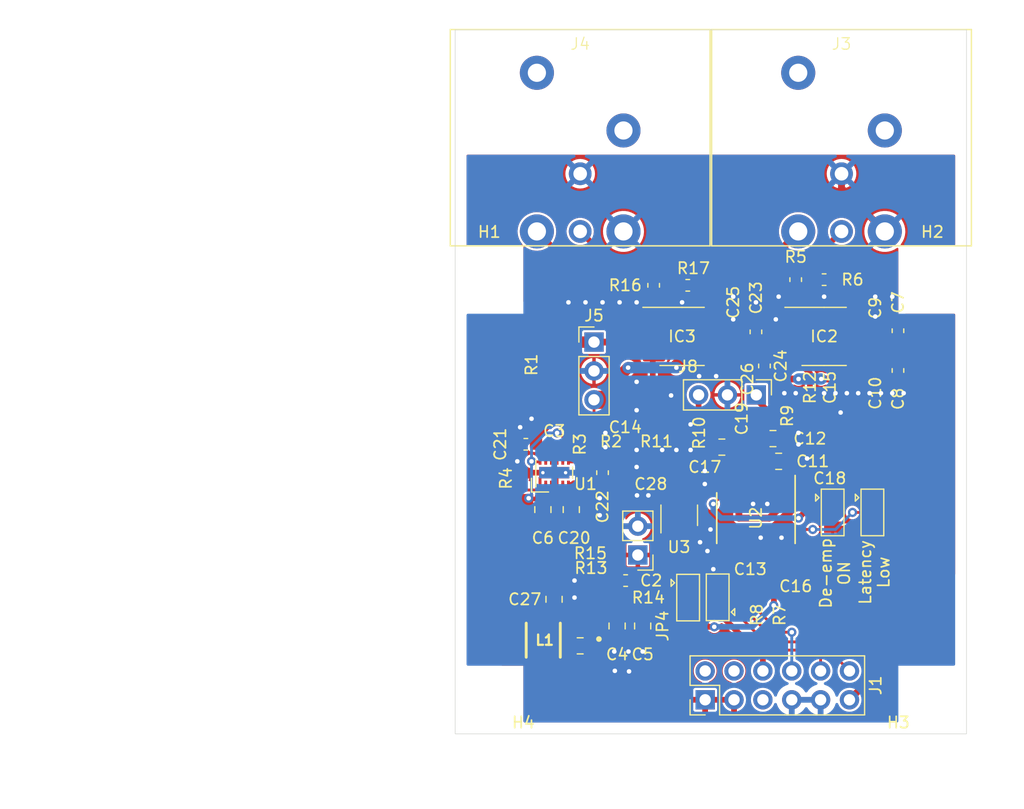
<source format=kicad_pcb>
(kicad_pcb (version 20211014) (generator pcbnew)
  (layers (0 "F.Cu" signal) (31 "B.Cu" signal) (34 "B.Paste" user) (35 "F.Paste" user) (36 "B.SilkS" user "B.Silkscreen") (37 "F.SilkS" user "F.Silkscreen") (38 "B.Mask" user) (39 "F.Mask" user) (44 "Edge.Cuts" user))
  (net 0 "")
  (net 1 "GND")
  (net 2 "Net-(C13-Pad1)")
  (net 3 "+3V3")
  (net 5 "/DAC/LEFT")
  (net 6 "-5V")
  (net 7 "+5V")
  (net 8 "/DOUT")
  (net 11 "/DAC/MCLK")
  (net 12 "Net-(J3-Pad3)")
  (net 13 "Net-(J3-Pad2)")
  (net 14 "/DAC/MUTE")
  (net 15 "Net-(R9-Pad2)")
  (net 16 "/DAC/RIGHT")
  (net 17 "Net-(R10-Pad2)")
  (net 18 "Net-(C3-Pad2)")
  (net 19 "Net-(C3-Pad1)")
  (net 20 "Net-(C11-Pad1)")
  (net 21 "Net-(C11-Pad2)")
  (net 22 "Net-(C12-Pad1)")
  (net 23 "Net-(J4-Pad3)")
  (net 24 "Net-(J4-Pad2)")
  (net 25 "/PowerSupply/FB")
  (net 26 "/PowerSupply/CP")
  (net 27 "/PowerSupply/ILIM")
  (net 28 "/PowerSupply/FB+")
  (net 29 "/PowerSupply/FB-")
  (net 30 "/DIN")
  (net 31 "/BCLK")
  (net 32 "/LRCLK")
  (net 33 "/MCLK")
  (net 34 "/OutputDriver/LEFT_VOP")
  (net 35 "/OutputDriver/LEFT_VON")
  (net 36 "/OutputDriver/RIGHT_VOP")
  (net 37 "/OutputDriver/RIGHT_VON")
  (net 38 "/DAC/LATENCY")
  (net 39 "/DAC/DEEMP")
  (net 40 "VIN")
  (net 41 "+3.3VA")
  (net 42 "Net-(JP4-Pad2)")
  (net 43 "+5.4V")
  (net 44 "/PowerSupply/SWITCH")
  (footprint "Capacitor_SMD:C_0603_1608Metric" (layer "F.Cu") (at 160 111.5 180)
    (fp_text reference "C2")
    (fp_text value "100p")
  )
  (footprint "Capacitor_SMD:C_0805_2012Metric" (layer "F.Cu") (at 159.25 115.5 -90)
    (fp_text reference "C4")
    (fp_text value "10u/25V")
  )
  (footprint "Capacitor_SMD:C_0805_2012Metric" (layer "F.Cu") (at 161.5 115.5 -90)
    (fp_text reference "C5")
    (fp_text value "10u/25V")
  )
  (footprint "Capacitor_SMD:C_0805_2012Metric" (layer "F.Cu") (at 152.7175 105.25 -90)
    (fp_text reference "C6")
    (fp_text value "10u/25V")
  )
  (footprint "Capacitor_SMD:C_0402_1005Metric" (layer "F.Cu") (at 181.9675 90 90)
    (fp_text reference "C9")
    (fp_text value "100n")
  )
  (footprint "Capacitor_SMD:C_0402_1005Metric" (layer "F.Cu") (at 181.9675 92.5 -90)
    (fp_text reference "C10")
    (fp_text value "100n")
  )
  (footprint "Capacitor_SMD:C_0805_2012Metric" (layer "F.Cu") (at 173.4675 101 180)
    (fp_text reference "C11")
    (fp_text value "2.2u")
  )
  (footprint "Capacitor_SMD:C_0805_2012Metric" (layer "F.Cu") (at 172.9675 99)
    (fp_text reference "C12")
    (fp_text value "2.2u")
  )
  (footprint "Capacitor_SMD:C_0402_1005Metric" (layer "F.Cu") (at 173.2175 110.5)
    (fp_text reference "C13")
    (fp_text value "100n")
  )
  (footprint "Capacitor_SMD:C_0402_1005Metric" (layer "F.Cu") (at 162.4675 97.75)
    (fp_text reference "C14")
    (fp_text value "2.2n")
  )
  (footprint "Capacitor_SMD:C_0402_1005Metric" (layer "F.Cu") (at 177.7175 97 -90)
    (fp_text reference "C15")
    (fp_text value "2.2n")
  )
  (footprint "Capacitor_SMD:C_0402_1005Metric" (layer "F.Cu") (at 175.2175 110.5 180)
    (fp_text reference "C16")
    (fp_text value "100n")
  )
  (footprint "Capacitor_SMD:C_0402_1005Metric" (layer "F.Cu") (at 169.2175 101.5 180)
    (fp_text reference "C17")
    (fp_text value "100n")
  )
  (footprint "Capacitor_SMD:C_0402_1005Metric" (layer "F.Cu") (at 175.9675 102.5 90)
    (fp_text reference "C18")
    (fp_text value "100n")
  )
  (footprint "Capacitor_SMD:C_0805_2012Metric" (layer "F.Cu") (at 168.4675 99.75 180)
    (fp_text reference "C19")
    (fp_text value "10u/25V")
  )
  (footprint "Capacitor_SMD:C_0805_2012Metric" (layer "F.Cu") (at 155.2175 105.25 -90)
    (fp_text reference "C20")
    (fp_text value "10u/25V")
  )
  (footprint "Capacitor_SMD:C_0402_1005Metric" (layer "F.Cu") (at 169.4675 90 90)
    (fp_text reference "C25")
    (fp_text value "100n")
  )
  (footprint "Capacitor_SMD:C_0805_2012Metric" (layer "F.Cu") (at 153.7 113.15 90)
    (fp_text reference "C27")
    (fp_text value "10u/25V")
  )
  (footprint "Connector_PinHeader_2.54mm:PinHeader_1x03_P2.54mm_Vertical" (layer "F.Cu") (at 157.2175 90.5)
    (fp_text reference "J5")
    (fp_text value "Conn_01x03")
  )
  (footprint "Jumper:SolderJumper-3_P1.3mm_Bridged12_Pad1.0x1.5mm" (layer "F.Cu") (at 168.1 112.975 90)
    (fp_text reference locked "JP3" hide)
    (fp_text value "PLL operation" hide)
  )
  (footprint "Resistor_SMD:R_0603_1608Metric" (layer "F.Cu") (at 174.9675 85 90)
    (fp_text reference "R5")
    (fp_text value "300R")
  )
  (footprint "Resistor_SMD:R_0603_1608Metric" (layer "F.Cu") (at 177.4675 85)
    (fp_text reference "R6")
    (fp_text value "300R")
  )
  (footprint "Resistor_SMD:R_0402_1005Metric" (layer "F.Cu") (at 173.05 112.265 90)
    (fp_text reference "R7")
    (fp_text value "2k2")
  )
  (footprint "Resistor_SMD:R_0402_1005Metric" (layer "F.Cu") (at 171.8 112.265 90)
    (fp_text reference "R8")
    (fp_text value "3k3")
  )
  (footprint "Resistor_SMD:R_0402_1005Metric" (layer "F.Cu") (at 168.2025 98)
    (fp_text reference "R10")
    (fp_text value "1k")
  )
  (footprint "Resistor_SMD:R_0402_1005Metric" (layer "F.Cu") (at 164.4675 98.5 90)
    (fp_text reference "R11")
    (fp_text value "1k")
  )
  (footprint "Resistor_SMD:R_0402_1005Metric" (layer "F.Cu") (at 176.2175 97 -90)
    (fp_text reference "R12")
    (fp_text value "1k")
  )
  (footprint "Resistor_SMD:R_0402_1005Metric" (layer "F.Cu") (at 157 113)
    (fp_text reference "R13")
    (fp_text value "47k")
  )
  (footprint "Resistor_SMD:R_0603_1608Metric" (layer "F.Cu") (at 162.4675 85.5 90)
    (fp_text reference "R16")
    (fp_text value "300R")
  )
  (footprint "Resistor_SMD:R_0603_1608Metric" (layer "F.Cu") (at 165.4675 85.5)
    (fp_text reference "R17")
    (fp_text value "300R")
  )
  (footprint "Package_SON:WSON-12-1EP_3x2mm_P0.5mm_EP1x2.65_ThermalVias" (layer "F.Cu") (at 153.7175 102 90)
    (fp_text reference "U1")
    (fp_text value "LM27762")
  )
  (footprint "Package_SO:TSSOP-20_4.4x6.5mm_P0.65mm" (layer "F.Cu") (at 171.4675 106 -90)
    (fp_text reference "U2")
    (fp_text value "PCM5102")
  )
  (footprint "Package_SO:SOIC-8_3.9x4.9mm_P1.27mm" (layer "F.Cu") (at 177.4675 90)
    (fp_text reference "IC2")
    (fp_text value "DRV135UA_2K5")
  )
  (footprint "Package_SO:SOIC-8_3.9x4.9mm_P1.27mm" (layer "F.Cu") (at 164.9675 90)
    (fp_text reference "IC3")
    (fp_text value "DRV135UA_2K5")
  )
  (footprint "Resistor_SMD:R_0402_1005Metric" (layer "F.Cu") (at 152.9675 92.25 -90)
    (fp_text reference "R1")
    (fp_text value "1.58M")
  )
  (footprint "Resistor_SMD:R_0402_1005Metric" (layer "F.Cu") (at 156.2175 101.25 -90)
    (fp_text reference "R3")
    (fp_text value "499k")
  )
  (footprint "Resistor_SMD:R_0402_1005Metric" (layer "F.Cu") (at 150.9675 102.75 90)
    (fp_text reference "R4")
    (fp_text value "499k")
  )
  (footprint "Resistor_SMD:R_0402_1005Metric" (layer "F.Cu") (at 159.5 113 180)
    (fp_text reference "R14")
    (fp_text value "634k")
  )
  (footprint "Resistor_SMD:R_0402_1005Metric" (layer "F.Cu") (at 157 111.5 180)
    (fp_text reference "R15")
    (fp_text value "180k")
  )
  (footprint "BalancedAudioBox:SON50P200X200X80-9N" (layer "F.Cu") (at 156.25 115.25 180)
    (fp_text reference "IC1" hide)
    (fp_text value "TPS61252DSGT" hide)
  )
  (footprint "BalancedAudioBox:SRN30151R5Y" (layer "F.Cu") (at 152.75 116.75 180)
    (fp_text reference "L1")
    (fp_text value "1.5u")
  )
  (footprint "Resistor_SMD:R_0402_1005Metric" (layer "F.Cu") (at 172.4675 97 -90)
    (fp_text reference "R9")
    (fp_text value "1k")
  )
  (footprint "BalancedAudioBox:XLR-NC3MA" (layer "F.Cu") (at 156 72.5)
    (fp_text reference "J4")
    (fp_text value "XLR3_Ground")
  )
  (footprint "Connector_PinHeader_2.54mm:PinHeader_1x02_P2.54mm_Vertical" (layer "F.Cu") (at 161.075 109.25 180)
    (fp_text reference "J6" hide)
    (fp_text value "Conn_01x02" hide)
  )
  (footprint "Jumper:SolderJumper-3_P1.3mm_Bridged12_Pad1.0x1.5mm" (layer "F.Cu") (at 165.5 113 -90)
    (fp_text reference "JP4")
    (fp_text value "Power source")
  )
  (footprint "BalancedAudioBox:XLR-NC3MA" (layer "F.Cu") (at 179 72.5)
    (fp_text reference "J3")
    (fp_text value "XLR3_Ground")
  )
  (footprint "Capacitor_SMD:C_0805_2012Metric" (layer "F.Cu") (at 156 117.25)
    (fp_text reference "C1" hide)
    (fp_text value "10u/25V" hide)
  )
  (footprint "Capacitor_SMD:C_0402_1005Metric" (layer "F.Cu") (at 164.7175 103)
    (fp_text reference "C28")
    (fp_text value "100n")
  )
  (footprint "Jumper:SolderJumper-3_P1.3mm_Bridged12_Pad1.0x1.5mm" (layer "F.Cu") (at 178.2175 105.5 -90)
    (fp_text reference "JP1" hide)
    (fp_text value "De-emphasis" hide)
  )
  (footprint "Jumper:SolderJumper-3_P1.3mm_Bridged12_Pad1.0x1.5mm" (layer "F.Cu") (at 181.7175 105.5 -90)
    (fp_text reference "JP2" hide)
    (fp_text value "Latency" hide)
  )
  (footprint "Capacitor_SMD:C_0402_1005Metric" (layer "F.Cu") (at 153.7175 99.5)
    (fp_text reference "C3")
    (fp_text value "1u")
  )
  (footprint "Capacitor_SMD:C_0603_1608Metric" (layer "F.Cu") (at 183.9675 89.5 90)
    (fp_text reference "C7")
    (fp_text value "4.7u")
  )
  (footprint "Capacitor_SMD:C_0603_1608Metric" (layer "F.Cu") (at 183.9675 93 -90)
    (fp_text reference "C8")
    (fp_text value "4.7u")
  )
  (footprint "Capacitor_SMD:C_0603_1608Metric" (layer "F.Cu") (at 151.2175 99.5 180)
    (fp_text reference "C21")
    (fp_text value "4.7u")
  )
  (footprint "Capacitor_SMD:C_0603_1608Metric" (layer "F.Cu") (at 157.9675 102 90)
    (fp_text reference "C22")
    (fp_text value "4.7u")
  )
  (footprint "Capacitor_SMD:C_0603_1608Metric" (layer "F.Cu") (at 171.4675 89.6 90)
    (fp_text reference "C23")
    (fp_text value "4.7u")
  )
  (footprint "Capacitor_SMD:C_0603_1608Metric" (layer "F.Cu") (at 172.2175 92.6 -90)
    (fp_text reference "C24")
    (fp_text value "4.7u")
  )
  (footprint "Resistor_SMD:R_0402_1005Metric" (layer "F.Cu") (at 157.2175 99 -90)
    (fp_text reference "R2")
    (fp_text value "1.58M")
  )
  (footprint "Connector_PinHeader_2.54mm:PinHeader_1x03_P2.54mm_Vertical" (layer "F.Cu") (at 171.5 95.15 -90)
    (fp_text reference "J8")
    (fp_text value "Conn_01x03")
  )
  (footprint "Capacitor_SMD:C_0402_1005Metric" (layer "F.Cu") (at 169.4675 92.25 -90)
    (fp_text reference "C26")
    (fp_text value "100n")
  )
  (footprint "Package_TO_SOT_SMD:SOT-23-5" (layer "F.Cu") (at 164.7175 105.75 90)
    (fp_text reference "U3")
    (fp_text value "TLV75533PDBV")
  )
  (footprint "MountingHole:MountingHole_3.2mm_M3" (layer "F.Cu") (at 148 122)
    (fp_text reference "H4")
    (fp_text value "MountingHole")
  )
  (footprint "Connector_PinHeader_2.54mm:PinHeader_2x06_P2.54mm_Vertical" (layer "F.Cu") (at 167 122 90)
    (fp_text reference "J1")
    (fp_text value "Conn_02x06_Odd_Even")
  )
  (footprint "MountingHole:MountingHole_3.2mm_M3" (layer "F.Cu") (at 187 85)
    (fp_text reference "H2")
    (fp_text value "MountingHole")
  )
  (footprint "MountingHole:MountingHole_3.2mm_M3" (layer "F.Cu") (at 148 85)
    (fp_text reference "H1")
    (fp_text value "MountingHole")
  )
  (footprint "MountingHole:MountingHole_3.2mm_M3" (layer "F.Cu") (at 187 122)
    (fp_text reference "H3")
    (fp_text value "MountingHole")
  )
  (gr_rect locked (start 145 63) (end 190 125) (layer "Edge.Cuts") (width 0.05) (fill none))
  (gr_text "De-emp\nON" (at 178.425 110.85 90) (layer "F.SilkS") (effects (font (size 1 1))))
  (gr_text "Latency\nLow" (at 181.9 110.775 90) (layer "F.SilkS") (effects (font (size 1 1))))
  (segment (start 175.9675 100.75) (end 175.9675 100.265) (width 0.6) (layer "F.Cu") (net 1))
  (segment (start 152.4675 102.95) (end 152.4675 102.45) (width 0.25) (layer "F.Cu") (net 1))
  (segment (start 182.81 80.755) (end 179 76.945) (width 0.6) (layer "F.Cu") (net 1))
  (segment (start 168.1 111.675) (end 167.7175 111.2925) (width 0.5) (layer "F.Cu") (net 1))
  (segment (start 156.2175 101.735) (end 157.295 101.735) (width 0.5) (layer "F.Cu") (net 1))
  (segment (start 171.551668 110.075834) (end 171.692501 109.935001) (width 0.25) (layer "F.Cu") (net 1))
  (segment (start 153.78 106.1875) (end 154.9675 106.1875) (width 0.5) (layer "F.Cu") (net 1))
  (segment (start 153.9675 102.95) (end 153.9675 102.25) (width 0.25) (layer "F.Cu") (net 1))
  (segment (start 153.7175 102) (end 151.2325 102) (width 0.5) (layer "F.Cu") (net 1))
  (segment (start 157.3 116) (end 157.5 116) (width 0.25) (layer "F.Cu") (net 1))
  (segment (start 171.7925 107.818331) (end 171.885821 107.72501) (width 0.25) (layer "F.Cu") (net 1))
  (segment (start 173.0925 104.125) (end 173.0925 103.05) (width 0.25) (layer "F.Cu") (net 1))
  (segment (start 153.9675 102.25) (end 153.7175 102) (width 0.25) (layer "F.Cu") (net 1))
  (segment (start 169.066668 101.949168) (end 169.066668 101.834168) (width 0.25) (layer "F.Cu") (net 1))
  (segment (start 156.25 115.25) (end 156.25 115.55) (width 0.25) (layer "F.Cu") (net 1))
  (segment (start 152.4675 102.45) (end 152.9175 102) (width 0.25) (layer "F.Cu") (net 1))
  (segment (start 157.9675 101.0625) (end 157.9675 100) (width 0.5) (layer "F.Cu") (net 1))
  (segment (start 153.9675 102.95) (end 153.9675 103.45) (width 0.25) (layer "F.Cu") (net 1))
  (segment (start 171.692501 109.049999) (end 171.7925 108.95) (width 0.25) (layer "F.Cu") (net 1))
  (segment (start 153.9675 103.47501) (end 153.9675 105.97499) (width 0.25) (layer "F.Cu") (net 1))
  (segment (start 171.2175 104.75) (end 172.4675 104.75) (width 1) (layer "F.Cu") (net 1))
  (segment (start 175.9675 100.265) (end 175.21 99.5075) (width 0.6) (layer "F.Cu") (net 1))
  (segment (start 173.7425 108.95) (end 173.7425 110.46) (width 0.25) (layer "F.Cu") (net 1))
  (segment (start 172.4675 104.75) (end 173.0925 104.125) (width 0.25) (layer "F.Cu") (net 1))
  (segment (start 157.295 101.735) (end 157.9675 101.0625) (width 0.5) (layer "F.Cu") (net 1))
  (segment (start 157.9675 100) (end 158.2175 99.75) (width 0.5) (layer "F.Cu") (net 1))
  (segment (start 153.7175 102) (end 155.9525 102) (width 0.5) (layer "F.Cu") (net 1))
  (segment (start 173.7425 107.75001) (end 173.7175 107.72501) (width 0.25) (layer "F.Cu") (net 1))
  (segment (start 169.4675 89.515) (end 169.4675 88.5) (width 0.5) (layer "F.Cu") (net 1))
  (segment (start 151.2325 102) (end 150.9675 102.265) (width 0.5) (layer "F.Cu") (net 1))
  (segment (start 169.1925 102.075) (end 169.066668 101.949168) (width 0.25) (layer "F.Cu") (net 1))
  (segment (start 152.9675 106.1875) (end 153.78 106.1875) (width 0.5) (layer "F.Cu") (net 1))
  (segment (start 155.9525 102) (end 156.2175 101.735) (width 0.5) (layer "F.Cu") (net 1))
  (segment (start 173.7025 110.5) (end 174.7325 110.5) (width 0.6) (layer "F.Cu") (net 1))
  (segment (start 167.7175 111.2925) (end 167.7175 110.5) (width 0.5) (layer "F.Cu") (net 1))
  (segment (start 169.1925 103.05) (end 169.1925 102.075) (width 0.25) (layer "F.Cu") (net 1))
  (segment (start 171.551668 110.075834) (end 171.551668 111.531668) (width 0.25) (layer "F.Cu") (net 1))
  (segment (start 171.692501 109.935001) (end 171.692501 109.049999) (width 0.25) (layer "F.Cu") (net 1))
  (segment (start 179 76.945) (end 179 75.675) (width 0.6) (layer "F.Cu") (net 1))
  (segment (start 171.7925 108.95) (end 171.7925 107.818331) (width 0.25) (layer "F.Cu") (net 1))
  (segment (start 173.7425 110.46) (end 173.7025 110.5) (width 0.25) (layer "F.Cu") (net 1))
  (segment (start 171.551668 111.531668) (end 171.8 111.78) (width 0.25) (layer "F.Cu") (net 1))
  (segment (start 169.066668 101.834168) (end 168.7325 101.5) (width 0.25) (layer "F.Cu") (net 1))
  (segment (start 158.2175 99.75) (end 158.2175 98.5) (width 0.5) (layer "F.Cu") (net 1))
  (segment (start 173.7425 108.95) (end 173.7425 107.75001) (width 0.25) (layer "F.Cu") (net 1))
  (segment (start 153.99251 105.97499) (end 153.78 106.1875) (width 0.25) (layer "F.Cu") (net 1))
  (segment (start 152.9175 102) (end 153.7175 102) (width 0.25) (layer "F.Cu") (net 1))
  (via (at 163.2175 100) (size 0.8) (drill 0.4) (layers "F.Cu" "B.Cu") (net 1))
  (via (at 161.5 117.75) (size 0.8) (drill 0.4) (layers "F.Cu" "B.Cu") (net 1))
  (via (at 178.4675 95) (size 0.8) (drill 0.4) (layers "F.Cu" "B.Cu") (net 1))
  (via (at 175.21 98.4925) (size 0.8) (drill 0.4) (layers "F.Cu" "B.Cu") (net 1))
  (via (at 159.05 119.45) (size 0.8) (drill 0.4) (layers "F.Cu" "B.Cu") (net 1))
  (via (at 183.4675 95) (size 0.8) (drill 0.4) (layers "F.Cu" "B.Cu") (net 1))
  (via (at 169.4675 88.5) (size 0.8) (drill 0.4) (layers "F.Cu" "B.Cu") (net 1))
  (via (at 166.4675 93.5) (size 0.8) (drill 0.4) (layers "F.Cu" "B.Cu") (net 1))
  (via (at 171.885821 107.72501) (size 0.8) (drill 0.4) (layers "F.Cu" "B.Cu") (net 1))
  (via (at 173.7175 107.72501) (size 0.8) (drill 0.4) (layers "F.Cu" "B.Cu") (net 1))
  (via (at 173.9675 95) (size 0.8) (drill 0.4) (layers "F.Cu" "B.Cu") (net 1))
  (via (at 150.4675 101) (size 0.8) (drill 0.4) (layers "F.Cu" "B.Cu") (net 1))
  (via (at 157.7175 105.75) (size 0.8) (drill 0.4) (layers "F.Cu" "B.Cu") (net 1))
  (via (at 159.4675 87) (size 0.8) (drill 0.4) (layers "F.Cu" "B.Cu") (net 1))
  (via (at 177.4675 86.5) (size 0.8) (drill 0.4) (layers "F.Cu" "B.Cu") (net 1))
  (via (at 154.9675 87) (size 0.8) (drill 0.4) (layers "F.Cu" "B.Cu") (net 1))
  (via (at 167.2 108.9) (size 0.8) (drill 0.4) (layers "F.Cu" "B.Cu") (net 1))
  (via (at 172.4675 104.75) (size 0.8) (drill 0.4) (layers "F.Cu" "B.Cu") (net 1))
  (via (at 164.4675 100) (size 0.8) (drill 0.4) (layers "F.Cu" "B.Cu") (net 1))
  (via (at 173.2175 88.5) (size 0.8) (drill 0.4) (layers "F.Cu" "B.Cu") (net 1))
  (via (at 151.7175 97.25) (size 0.8) (drill 0.4) (layers "F.Cu" "B.Cu") (net 1))
  (via (at 184.4675 95) (size 0.8) (drill 0.4) (layers "F.Cu" "B.Cu") (net 1))
  (via (at 169.4675 86.5) (size 0.8) (drill 0.4) (layers "F.Cu" "B.Cu") (net 1))
  (via (at 181.9675 86.5) (size 0.8) (drill 0.4) (layers "F.Cu" "B.Cu") (net 1))
  (via (at 155.5 113) (size 0.8) (drill 0.4) (layers "F.Cu" "B.Cu") (net 1))
  (via (at 156.4675 87) (size 0.8) (drill 0.4) (layers "F.Cu" "B.Cu") (net 1))
  (via (at 171.4675 87) (size 0.8) (drill 0.4) (layers "F.Cu" "B.Cu") (net 1))
  (via (at 161 104) (size 0.8) (drill 0.4) (layers "F.Cu" "B.Cu") (net 1))
  (via (at 175.21 99.5075) (size 0.8) (drill 0.4) (layers "F.Cu" "B.Cu") (net 1))
  (via (at 181.4675 95) (size 0.8) (drill 0.4) (layers "F.Cu" "B.Cu") (net 1))
  (via (at 165.7175 100) (size 0.8) (drill 0.4) (layers "F.Cu" "B.Cu") (net 1))
  (via (at 166.9675 103) (size 0.8) (drill 0.4) (layers "F.Cu" "B.Cu") (net 1))
  (via (at 164.9675 87) (size 0.8) (drill 0.4) (layers "F.Cu" "B.Cu") (net 1))
  (via (at 165.7175 97.75) (size 0.8) (drill 0.4) (layers "F.Cu" "B.Cu") (net 1))
  (via (at 173.4675 86.5) (size 0.8) (drill 0.4) (layers "F.Cu" "B.Cu") (net 1))
  (via (at 160.9675 100) (size 0.8) (drill 0.4) (layers "F.Cu" "B.Cu") (net 1))
  (via (at 150.7175 98) (size 0.8) (drill 0.4) (layers "F.Cu" "B.Cu") (net 1))
  (via (at 158.2175 99.75) (size 0.8) (drill 0.4) (layers "F.Cu" "B.Cu") (net 1))
  (via (at 160.9675 94) (size 0.8) (drill 0.4) (layers "F.Cu" "B.Cu") (net 1))
  (via (at 160.9675 87) (size 0.8) (drill 0.4) (layers "F.Cu" "B.Cu") (net 1))
  (via (at 160.3 119.5) (size 0.8) (drill 0.4) (layers "F.Cu" "B.Cu") (net 1))
  (via (at 160.9675 96.5) (size 0.8) (drill 0.4) (layers "F.Cu" "B.Cu") (net 1))
  (via (at 166.9675 101.85001) (size 0.8) (drill 0.4) (layers "F.Cu" "B.Cu") (net 1))
  (via (at 155.5 111.5) (size 0.8) (drill 0.4) (layers "F.Cu" "B.Cu") (net 1))
  (via (at 177.4675 95) (size 0.8) (drill 0.4) (layers "F.Cu" "B.Cu") (net 1))
  (via (at 162 104) (size 0.8) (drill 0.4) (layers "F.Cu" "B.Cu") (net 1))
  (via (at 159 117.75) (size 0.8) (drill 0.4) (layers "F.Cu" "B.Cu") (net 1))
  (via (at 171.2175 104.75) (size 0.8) (drill 0.4) (layers "F.Cu" "B.Cu") (net 1))
  (via (at 157.9675 87) (size 0.8) (drill 0.4) (layers "F.Cu" "B.Cu") (net 1))
  (via (at 179.4675 95) (size 0.8) (drill 0.4) (layers "F.Cu" "B.Cu") (net 1))
  (via (at 182.4675 95) (size 0.8) (drill 0.4) (layers "F.Cu" "B.Cu") (net 1))
  (via (at 175.9675 100.75) (size 0.8) (drill 0.4) (layers "F.Cu" "B.Cu") (net 1))
  (via (at 180.4675 95) (size 0.8) (drill 0.4) (layers "F.Cu" "B.Cu") (net 1))
  (via (at 166.55 108.125) (size 0.8) (drill 0.4) (layers "F.Cu" "B.Cu") (net 1))
  (via (at 167.4675 107) (size 0.8) (drill 0.4) (layers "F.Cu" "B.Cu") (net 1))
  (via (at 178.92 96.7025) (size 0.8) (drill 0.4) (layers "F.Cu" "B.Cu") (net 1))
  (via (at 164 95.2) (size 0.8) (drill 0.4) (layers "F.Cu" "B.Cu") (net 1))
  (via (at 160.9675 101.5) (size 0.8) (drill 0.4) (layers "F.Cu" "B.Cu") (net 1))
  (via (at 160.25 117.75) (size 0.8) (drill 0.4) (layers "F.Cu" "B.Cu") (net 1))
  (via (at 157.7175 104.25) (size 0.8) (drill 0.4) (layers "F.Cu" "B.Cu") (net 1))
  (via (at 174.9675 95) (size 0.8) (drill 0.4) (layers "F.Cu" "B.Cu") (net 1))
  (via (at 181.9675 88.25) (size 0.8) (drill 0.4) (layers "F.Cu" "B.Cu") (net 1))
  (via (at 167.7175 110.5) (size 0.8) (drill 0.4) (layers "F.Cu" "B.Cu") (net 1))
  (via (at 183.4675 86.5) (size 0.8) (drill 0.4) (layers "F.Cu" "B.Cu") (net 1))
  (via (at 167.9675 93.5) (size 0.8) (drill 0.4) (layers "F.Cu" "B.Cu") (net 1))
  (via (at 158.2175 98.5) (size 0.8) (drill 0.4) (layers "F.Cu" "B.Cu") (net 1))
  (segment (start 153.7175 102) (end 152.7175 102) (width 0.25) (layer "B.Cu") (net 1))
  (segment (start 173.0925 110.14) (end 173.0925 108.95) (width 0.25) (layer "F.Cu") (net 2))
  (segment (start 172.7325 110.5) (end 173.0925 110.14) (width 0.25) (layer "F.Cu") (net 2))
  (segment (start 175.7025 110.08) (end 174.5725 108.95) (width 0.5) (layer "F.Cu") (net 3))
  (segment (start 181.7 114.6525) (end 177.5475 110.5) (width 0.6) (layer "F.Cu") (net 3))
  (segment (start 175.7025 110.5) (end 175.7025 110.08) (width 0.5) (layer "F.Cu") (net 3))
  (segment (start 175.7025 110.5) (end 177.5475 110.5) (width 0.6) (layer "F.Cu") (net 3))
  (segment (start 177.5475 110.5) (end 178.2175 109.83) (width 0.25) (layer "F.Cu") (net 3))
  (segment (start 181.7 120) (end 181.7 114.6525) (width 0.6) (layer "F.Cu") (net 3))
  (segment (start 178.2175 109.83) (end 178.2175 106.8) (width 0.25) (layer "F.Cu") (net 3))
  (segment (start 179.7 122) (end 181.7 120) (width 0.6) (layer "F.Cu") (net 3))
  (segment (start 174.5725 108.95) (end 174.417501 108.95) (width 0.5) (layer "F.Cu") (net 3))
  (segment (start 178.2175 106.8) (end 181.7175 106.8) (width 0.25) (layer "F.Cu") (net 3))
  (segment (start 172.4675 96.515) (end 176.2175 96.515) (width 0.5) (layer "F.Cu") (net 5))
  (segment (start 177.7175 96.515) (end 176.2175 96.515) (width 0.5) (layer "F.Cu") (net 5))
  (segment (start 176.2175 96.515) (end 176.2175 93.25) (width 0.5) (layer "F.Cu") (net 5))
  (segment (start 171.5 95.5475) (end 172.4675 96.515) (width 0.5) (layer "F.Cu") (net 5))
  (segment (start 176.2175 93.25) (end 176.1925 93.225) (width 0.5) (layer "F.Cu") (net 5))
  (segment (start 171.5 95.15) (end 171.5 95.5475) (width 0.5) (layer "F.Cu") (net 5))
  (segment (start 176.1925 93.225) (end 174.9675 92) (width 0.5) (layer "F.Cu") (net 5))
  (segment (start 179.9425 91.905) (end 178.0975 93.75) (width 0.6) (layer "F.Cu") (net 6))
  (segment (start 164.4675 92.5325) (end 165 92) (width 1) (layer "F.Cu") (net 6))
  (segment (start 175.2175 93.75) (end 174.155 93.75) (width 0.6) (layer "F.Cu") (net 6))
  (segment (start 157.2175 98.515) (end 157.2175 95.58) (width 0.25) (layer "F.Cu") (net 6))
  (segment (start 178.0975 93.75) (end 177.783185 93.75) (width 0.6) (layer "F.Cu") (net 6))
  (segment (start 157.2175 95.58) (end 159.0475 95.58) (width 1.6) (layer "F.Cu") (net 6))
  (segment (start 174.155 93.75) (end 172.2175 91.8125) (width 0.6) (layer "F.Cu") (net 6))
  (segment (start 183.77 92.015) (end 183.9675 92.2125) (width 0.6) (layer "F.Cu") (net 6))
  (segment (start 181.8575 91.905) (end 181.9675 92.015) (width 0.6) (layer "F.Cu") (net 6))
  (segment (start 157.9675 102.9375) (end 158.7675 102.9375) (width 1) (layer "F.Cu") (net 6))
  (segment (start 158.7675 102.9375) (end 159.36751 102.33749) (width 1) (layer "F.Cu") (net 6))
  (segment (start 159.36751 97.73001) (end 159.36751 95.90001) (width 1) (layer "F.Cu") (net 6))
  (segment (start 157.0175 95.38) (end 157.2175 95.58) (width 0.6) (layer "F.Cu") (net 6))
  (segment (start 164.4675 92.75) (end 164.4675 92.5325) (width 1) (layer "F.Cu") (net 6))
  (segment (start 169.4675 91.765) (end 172.17 91.765) (width 0.5) (layer "F.Cu") (net 6))
  (segment (start 159.36751 95.90001) (end 159.36751 93.59999) (width 1) (layer "F.Cu") (net 6))
  (segment (start 155.43 102.9375) (end 157.9675 102.9375) (width 0.5) (layer "F.Cu") (net 6))
  (segment (start 154.9675 102.95) (end 155.4175 102.95) (width 0.25) (layer "F.Cu") (net 6))
  (segment (start 172.17 91.765) (end 172.2175 91.8125) (width 0.5) (layer "F.Cu") (net 6))
  (segment (start 177.783185 93.75) (end 177.2175 93.75) (width 0.6) (layer "F.Cu") (net 6))
  (segment (start 155.4175 102.95) (end 155.43 102.9375) (width 0.5) (layer "F.Cu") (net 6))
  (segment (start 159.36751 102.33749) (end 159.36751 97.73001) (width 1) (layer "F.Cu") (net 6))
  (segment (start 159.36751 93.59999) (end 160.2175 92.75) (width 1) (layer "F.Cu") (net 6))
  (segment (start 165 92) (end 167.3475 92) (width 1) (layer "F.Cu") (net 6))
  (segment (start 169.3275 91.905) (end 169.4675 91.765) (width 0.5) (layer "F.Cu") (net 6))
  (segment (start 179.9425 91.905) (end 181.8575 91.905) (width 0.6) (layer "F.Cu") (net 6))
  (segment (start 181.9675 92.015) (end 183.77 92.015) (width 0.6) (layer "F.Cu") (net 6))
  (segment (start 167.3475 92) (end 167.4425 91.905) (width 1) (layer "F.Cu") (net 6))
  (segment (start 167.4425 91.905) (end 169.3275 91.905) (width 0.5) (layer "F.Cu") (net 6))
  (segment (start 159.0475 95.58) (end 159.36751 95.90001) (width 0.6) (layer "F.Cu") (net 6))
  (via (at 175.2175 93.75) (size 0.8) (drill 0.4) (layers "F.Cu" "B.Cu") (net 6))
  (via (at 177.2175 93.75) (size 0.8) (drill 0.4) (layers "F.Cu" "B.Cu") (net 6))
  (via (at 160.2175 92.75) (size 0.8) (drill 0.4) (layers "F.Cu" "B.Cu") (net 6))
  (via (at 164.4675 92.75) (size 0.8) (drill 0.4) (layers "F.Cu" "B.Cu") (net 6))
  (segment (start 175.2175 93.75) (end 177.2175 93.75) (width 1) (layer "B.Cu") (net 6))
  (segment (start 164.4675 92.75) (end 160.2175 92.75) (width 1) (layer "B.Cu") (net 6))
  (segment (start 157.1375 95.5) (end 157.2175 95.58) (width 1) (layer "B.Cu") (net 6))
  (segment (start 176.4675 91.25) (end 178.2175 91.25) (width 0.5) (layer "F.Cu") (net 7))
  (segment (start 179.9425 90.635) (end 181.8175 90.635) (width 0.6) (layer "F.Cu") (net 7))
  (segment (start 160.4675 89) (end 160.7175 89.25) (width 0.25) (layer "F.Cu") (net 7))
  (segment (start 152.9675 100.3125) (end 152.155 99.5) (width 0.25) (layer "F.Cu") (net 7))
  (segment (start 181.9675 90.485) (end 183.77 90.485) (width 0.6) (layer "F.Cu") (net 7))
  (segment (start 167.4425 90.635) (end 164.8525 90.635) (width 1) (layer "F.Cu") (net 7))
  (segment (start 164.8525 90.635) (end 164.2175 90) (width 0.6) (layer "F.Cu") (net 7))
  (segment (start 183.77 90.485) (end 183.9675 90.2875) (width 0.6) (layer "F.Cu") (net 7))
  (segment (start 154.4175 96.07928) (end 154.4175 96.4375) (width 1) (layer "F.Cu") (net 7))
  (segment (start 160.7175 90) (end 164.2175 90) (width 0.25) (layer "F.Cu") (net 7))
  (segment (start 157.2175 90.5) (end 154.4675 90.5) (width 1) (layer "F.Cu") (net 7))
  (segment (start 159.1675 90) (end 160.7175 90) (width 0.6) (layer "F.Cu") (net 7))
  (segment (start 154.2175 89) (end 160.4675 89) (width 0.25) (layer "F.Cu") (net 7))
  (segment (start 172.355 90.3875) (end 173.22751 91.26001) (width 0.6) (layer "F.Cu") (net 7))
  (segment (start 154.4175 90.55) (end 154.4675 90.5) (width 1) (layer "F.Cu") (net 7))
  (segment (start 157.0175 90.3) (end 157.2175 90.5) (width 0.6) (layer "F.Cu") (net 7))
  (segment (start 178.8325 90.635) (end 179.9425 90.635) (width 0.5) (layer "F.Cu") (net 7))
  (segment (start 176.4675 91.25) (end 176.45749 91.26001) (width 0.25) (layer "F.Cu") (net 7))
  (segment (start 154.4175 96.4375) (end 154.4175 90.55) (width 1) (layer "F.Cu") (net 7))
  (segment (start 152.155 98.59032) (end 152.155 98.7) (width 1) (layer "F.Cu") (net 7))
  (segment (start 152.9675 90.25) (end 154.2175 89) (width 0.25) (layer "F.Cu") (net 7))
  (segment (start 169.4675 90.485) (end 171.37 90.485) (width 0.6) (layer "F.Cu") (net 7))
  (segment (start 171.4675 90.3875) (end 172.355 90.3875) (width 0.6) (layer "F.Cu") (net 7))
  (segment (start 152.9675 91.765) (end 152.9675 90.25) (width 0.25) (layer "F.Cu") (net 7))
  (segment (start 181.8175 90.635) (end 181.9675 90.485) (width 0.6) (layer "F.Cu") (net 7))
  (segment (start 158.6675 90.5) (end 159.1675 90) (width 0.6) (layer "F.Cu") (net 7))
  (segment (start 167.4425 90.635) (end 169.3175 90.635) (width 1) (layer "F.Cu") (net 7))
  (segment (start 157.2175 90.5) (end 158.6675 90.5) (width 0.6) (layer "F.Cu") (net 7))
  (segment (start 176.45749 91.26001) (end 173.70749 91.26001) (width 0.25) (layer "F.Cu") (net 7))
  (segment (start 178.2175 91.25) (end 178.8325 90.635) (width 0.5) (layer "F.Cu") (net 7))
  (segment (start 152.155 98.7) (end 152.155 99.5) (width 1) (layer "F.Cu") (net 7))
  (segment (start 152.9675 101.05) (end 152.9675 100.3125) (width 0.25) (layer "F.Cu") (net 7))
  (segment (start 173.22751 91.26001) (end 173.70749 91.26001) (width 0.6) (layer "F.Cu") (net 7))
  (segment (start 160.7175 89.25) (end 160.7175 90) (width 0.25) (layer "F.Cu") (net 7))
  (segment (start 171.37 90.485) (end 171.4675 90.3875) (width 0.6) (layer "F.Cu") (net 7))
  (segment (start 154.30782 96.4375) (end 152.155 98.59032) (width 1) (layer "F.Cu") (net 7))
  (segment (start 168.1 112.975) (end 168.95 112.975) (width 0.5) (layer "F.Cu") (net 11))
  (segment (start 169.1925 110.05) (end 169.1925 108.95) (width 0.5) (layer "F.Cu") (net 11))
  (segment (start 169.3 110.1575) (end 169.1925 110.05) (width 0.5) (layer "F.Cu") (net 11))
  (segment (start 169.3 112.625) (end 169.3 110.1575) (width 0.5) (layer "F.Cu") (net 11))
  (segment (start 168.95 112.975) (end 169.3 112.625) (width 0.5) (layer "F.Cu") (net 11))
  (segment (start 175.5425 84.2125) (end 179 80.755) (width 0.5) (layer "F.Cu") (net 12))
  (segment (start 174.9675 84.2125) (end 175.5425 84.2125) (width 0.5) (layer "F.Cu") (net 12))
  (segment (start 174.075 81.87) (end 175.19 80.755) (width 0.5) (layer "F.Cu") (net 13))
  (segment (start 174.075 85) (end 174.075 81.87) (width 0.5) (layer "F.Cu") (net 13))
  (segment (start 176.68 85) (end 174.075 85) (width 0.25) (layer "F.Cu") (net 13))
  (segment (start 172.142512 110.121401) (end 172.142512 110.024988) (width 0.25) (layer "F.Cu") (net 14))
  (segment (start 172.715832 112.114168) (end 173.05 111.78) (width 0.25) (layer "F.Cu") (net 14))
  (segment (start 172.3225 111.225) (end 172.11249 111.01499) (width 0.25) (layer "F.Cu") (net 14))
  (segment (start 172.454064 112.114168) (end 172.715832 112.114168) (width 0.25) (layer "F.Cu") (net 14))
  (segment (start 173.05 111.45) (end 172.825 111.225) (width 0.25) (layer "F.Cu") (net 14))
  (segment (start 172.142512 110.024988) (end 172.4425 109.725) (width 0.25) (layer "F.Cu") (net 14))
  (segment (start 172.4425 109.725) (end 172.4425 108.95) (width 0.25) (layer "F.Cu") (net 14))
  (segment (start 173.05 111.78) (end 173.05 111.45) (width 0.25) (layer "F.Cu") (net 14))
  (segment (start 172.134168 112.415832) (end 172.1524 112.415832) (width 0.25) (layer "F.Cu") (net 14))
  (segment (start 172.11249 111.01499) (end 172.11249 110.151423) (width 0.25) (layer "F.Cu") (net 14))
  (segment (start 172.825 111.225) (end 172.3225 111.225) (width 0.25) (layer "F.Cu") (net 14))
  (segment (start 172.11249 110.151423) (end 172.142512 110.121401) (width 0.25) (layer "F.Cu") (net 14))
  (segment (start 172.1524 112.415832) (end 172.454064 112.114168) (width 0.25) (layer "F.Cu") (net 14))
  (segment (start 171.8 112.75) (end 172.134168 112.415832) (width 0.25) (layer "F.Cu") (net 14))
  (segment (start 171.09249 98.256384) (end 171.09249 100.62499) (width 0.5) (layer "F.Cu") (net 15))
  (segment (start 172.4825 97.5) (end 171.848874 97.5) (width 0.5) (layer "F.Cu") (net 15))
  (segment (start 171.1425 101.425) (end 171.09249 101.37499) (width 0.25) (layer "F.Cu") (net 15))
  (segment (start 171.848874 97.5) (end 171.09249 98.256384) (width 0.5) (layer "F.Cu") (net 15))
  (segment (start 171.09249 100.62499) (end 171.09249 101.37499) (width 0.5) (layer "F.Cu") (net 15))
  (segment (start 171.1425 103.05) (end 171.1425 101.425) (width 0.25) (layer "F.Cu") (net 15))
  (segment (start 161.9825 98.765) (end 161.9825 97.75) (width 0.5) (layer "F.Cu") (net 16))
  (segment (start 166.7175 98) (end 165.7325 98.985) (width 0.5) (layer "F.Cu") (net 16))
  (segment (start 166.75 97.9675) (end 166.7175 98) (width 0.5) (layer "F.Cu") (net 16))
  (segment (start 162.3875 95.15) (end 162.3875 92.01) (width 0.5) (layer "F.Cu") (net 16))
  (segment (start 161.9825 95.555) (end 162.3875 95.15) (width 0.5) (layer "F.Cu") (net 16))
  (segment (start 166.42 95.15) (end 166.42 96.92) (width 0.5) (layer "F.Cu") (net 16))
  (segment (start 162.3875 92.01) (end 162.4925 91.905) (width 0.5) (layer "F.Cu") (net 16))
  (segment (start 162.2025 98.985) (end 161.9825 98.765) (width 0.5) (layer "F.Cu") (net 16))
  (segment (start 161.9825 97.75) (end 161.9825 95.555) (width 0.5) (layer "F.Cu") (net 16))
  (segment (start 164.4675 98.985) (end 162.2025 98.985) (width 0.5) (layer "F.Cu") (net 16))
  (segment (start 167.7175 98) (end 166.7175 98) (width 0.5) (layer "F.Cu") (net 16))
  (segment (start 166.42 96.92) (end 166.75 97.25) (width 0.5) (layer "F.Cu") (net 16))
  (segment (start 166.75 97.25) (end 166.75 97.9675) (width 0.5) (layer "F.Cu") (net 16))
  (segment (start 165.7325 98.985) (end 164.4675 98.985) (width 0.5) (layer "F.Cu") (net 16))
  (segment (start 169.0825 98) (end 168.6875 98) (width 0.25) (layer "F.Cu") (net 17))
  (segment (start 169.40935 98) (end 169.0825 98) (width 0.25) (layer "F.Cu") (net 17))
  (segment (start 170.4925 103.05) (end 170.4925 99.08315) (width 0.25) (layer "F.Cu") (net 17))
  (segment (start 170.4925 99.08315) (end 169.40935 98) (width 0.25) (layer "F.Cu") (net 17))
  (segment (start 153.9675 101.05) (end 153.9675 100.742476) (width 0.25) (layer "F.Cu") (net 18))
  (segment (start 153.9675 101.05) (end 153.9675 99.735) (width 0.25) (layer "F.Cu") (net 18))
  (segment (start 153.9675 99.735) (end 154.2025 99.5) (width 0.25) (layer "F.Cu") (net 18))
  (segment (start 153.4675 101.05) (end 153.4675 99.735) (width 0.25) (layer "F.Cu") (net 19))
  (segment (start 153.4675 99.735) (end 153.2325 99.5) (width 0.25) (layer "F.Cu") (net 19))
  (segment (start 174.405 101.4125) (end 174.405 101) (width 0.25) (layer "F.Cu") (net 20))
  (segment (start 173.7425 102.075) (end 174.405 101.4125) (width 0.25) (layer "F.Cu") (net 20))
  (segment (start 173.7425 103.05) (end 173.7425 102.075) (width 0.25) (layer "F.Cu") (net 20))
  (segment (start 172.4425 103.05) (end 172.4425 101.0875) (width 0.25) (layer "F.Cu") (net 21))
  (segment (start 172.4425 101.0875) (end 172.53 101) (width 0.25) (layer "F.Cu") (net 21))
  (segment (start 171.71749 100.11251) (end 172.03 99.8) (width 0.25) (layer "F.Cu") (net 22))
  (segment (start 172.03 99.8) (end 172.03 99) (width 0.25) (layer "F.Cu") (net 22))
  (segment (start 171.71749 101.69184) (end 171.71749 100.11251) (width 0.25) (layer "F.Cu") (net 22))
  (segment (start 171.7925 103.05) (end 171.7925 101.76685) (width 0.25) (layer "F.Cu") (net 22))
  (segment (start 171.7925 101.76685) (end 171.71749 101.69184) (width 0.25) (layer "F.Cu") (net 22))
  (segment (start 159.9575 84.7125) (end 156 80.755) (width 0.5) (layer "F.Cu") (net 23))
  (segment (start 162.4675 84.7125) (end 159.9575 84.7125) (width 0.5) (layer "F.Cu") (net 23))
  (segment (start 161.525 85.375) (end 160.7 85.375) (width 0.25) (layer "F.Cu") (net 24))
  (segment (start 161.65 85.5) (end 161.525 85.375) (width 0.25) (layer "F.Cu") (net 24))
  (segment (start 164.68 85.5) (end 161.65 85.5) (width 0.25) (layer "F.Cu") (net 24))
  (segment (start 152.19 80.755) (end 156.7975 85.3625) (width 0.5) (layer "F.Cu") (net 24))
  (segment (start 156.7975 85.3625) (end 160.6625 85.3625) (width 0.5) (layer "F.Cu") (net 24))
  (segment (start 157.3 115) (end 157.9 115) (width 0.25) (layer "F.Cu") (net 25))
  (segment (start 157.515 111.5) (end 159.015 113) (width 0.25) (layer "F.Cu") (net 25))
  (segment (start 158.27499 114.62501) (end 158.27499 113.74001) (width 0.25) (layer "F.Cu") (net 25))
  (segment (start 159.2125 111.5) (end 159.2125 112.8025) (width 0.25) (layer "F.Cu") (net 25))
  (segment (start 157.9 115) (end 158.27499 114.62501) (width 0.25) (layer "F.Cu") (net 25))
  (segment (start 159.2125 112.8025) (end 159.015 113) (width 0.25) (layer "F.Cu") (net 25))
  (segment (start 158.27499 113.74001) (end 158.680832 113.334168) (width 0.25) (layer "F.Cu") (net 25))
  (segment (start 158.680832 113.334168) (end 159.015 113) (width 0.25) (layer "F.Cu") (net 25))
  (segment (start 154.4675 102.95) (end 154.4675 103.5625) (width 0.25) (layer "F.Cu") (net 26))
  (segment (start 154.4675 103.5625) (end 155.2175 104.3125) (width 0.25) (layer "F.Cu") (net 26))
  (segment (start 157.3 114.5) (end 157.3 113.185) (width 0.25) (layer "F.Cu") (net 27))
  (segment (start 157.3 113.185) (end 157.485 113) (width 0.25) (layer "F.Cu") (net 27))
  (segment (start 151.392491 96.325009) (end 149.2175 98.25) (width 0.25) (layer "F.Cu") (net 28))
  (segment (start 152.892499 103.525001) (end 150.992501 103.525001) (width 0.25) (layer "F.Cu") (net 28))
  (segment (start 149.2175 101.905) (end 150.5475 103.235) (width 0.25) (layer "F.Cu") (net 28))
  (segment (start 149.2175 98.25) (end 149.2175 101.905) (width 0.25) (layer "F.Cu") (net 28))
  (segment (start 152.9675 102.95) (end 152.9675 103.45) (width 0.25) (layer "F.Cu") (net 28))
  (segment (start 150.5475 103.235) (end 150.9675 103.235) (width 0.25) (layer "F.Cu") (net 28))
  (segment (start 152.9675 92.735) (end 152.9675 95.16674) (width 0.25) (layer "F.Cu") (net 28))
  (segment (start 152.9675 103.45) (end 152.892499 103.525001) (width 0.25) (layer "F.Cu") (net 28))
  (segment (start 151.809231 96.325009) (end 151.392491 96.325009) (width 0.25) (layer "F.Cu") (net 28))
  (segment (start 152.9675 95.16674) (end 151.809231 96.325009) (width 0.25) (layer "F.Cu") (net 28))
  (segment (start 156.2175 100.485) (end 157.2175 99.485) (width 0.25) (layer "F.Cu") (net 29))
  (segment (start 155.9325 101.05) (end 156.2175 100.765) (width 0.25) (layer "F.Cu") (net 29))
  (segment (start 154.9675 101.05) (end 155.9325 101.05) (width 0.25) (layer "F.Cu") (net 29))
  (segment (start 156.2175 100.765) (end 156.2175 100.485) (width 0.25) (layer "F.Cu") (net 29))
  (segment (start 156.2175 100.765) (end 156.2175 100.735) (width 0.25) (layer "F.Cu") (net 29))
  (segment (start 179.7 119.45) (end 179.7 119.46) (width 0.25) (layer "F.Cu") (net 30))
  (segment (start 173.325 116.9) (end 177.15 116.9) (width 0.25) (layer "F.Cu") (net 30))
  (segment (start 177.15 116.9) (end 179.7 119.45) (width 0.25) (layer "F.Cu") (net 30))
  (segment (start 170.4925 114.0675) (end 173.325 116.9) (width 0.25) (layer "F.Cu") (net 30))
  (segment (start 170.4925 108.95) (end 170.4925 114.0675) (width 0.25) (layer "F.Cu") (net 30))
  (segment (start 169.8425 108.95) (end 169.8425 114.4675) (width 0.25) (layer "F.Cu") (net 31))
  (segment (start 177.16 117.885) (end 177.16 119.46) (width 0.25) (layer "F.Cu") (net 31))
  (segment (start 176.9 117.625) (end 177.16 117.885) (width 0.25) (layer "F.Cu") (net 31))
  (segment (start 169.8425 114.4675) (end 173 117.625) (width 0.25) (layer "F.Cu") (net 31))
  (segment (start 173 117.625) (end 176.9 117.625) (width 0.25) (layer "F.Cu") (net 31))
  (segment (start 173.55 116.05) (end 174.625 116.05) (width 0.25) (layer "F.Cu") (net 32))
  (segment (start 171.101658 108.990842) (end 171.101658 113.601658) (width 0.25) (layer "F.Cu") (net 32))
  (segment (start 171.101658 113.601658) (end 173.55 116.05) (width 0.25) (layer "F.Cu") (net 32))
  (segment (start 171.1425 108.95) (end 171.101658 108.990842) (width 0.25) (layer "F.Cu") (net 32))
  (via (at 174.625 116.05) (size 0.8) (drill 0.4) (layers "F.Cu" "B.Cu") (net 32))
  (segment (start 174.62 116.055) (end 174.62 119.46) (width 0.25) (layer "B.Cu") (net 32))
  (segment (start 174.625 116.05) (end 174.62 116.055) (width 0.25) (layer "B.Cu") (net 32))
  (segment (start 172.08 119.46) (end 172.08 118.255) (width 0.5) (layer "F.Cu") (net 33))
  (segment (start 172.08 118.255) (end 168.1 114.275) (width 0.5) (layer "F.Cu") (net 33))
  (segment (start 179.9425 89.365) (end 179.9425 86.6875) (width 0.5) (layer "F.Cu") (net 34))
  (segment (start 179.9425 86.6875) (end 178.255 85) (width 0.5) (layer "F.Cu") (net 34))
  (segment (start 174.9925 89.365) (end 174.9925 88.095) (width 0.5) (layer "F.Cu") (net 35))
  (segment (start 174.9925 88.095) (end 174.9925 85.8125) (width 0.5) (layer "F.Cu") (net 35))
  (segment (start 174.9925 85.8125) (end 174.9675 85.7875) (width 0.5) (layer "F.Cu") (net 35))
  (segment (start 167.4425 88.095) (end 167.4425 86.6875) (width 0.5) (layer "F.Cu") (net 36))
  (segment (start 167.4425 89.365) (end 167.4425 88.095) (width 0.5) (layer "F.Cu") (net 36))
  (segment (start 167.4425 86.6875) (end 166.255 85.5) (width 0.5) (layer "F.Cu") (net 36))
  (segment (start 162.4925 86.3125) (end 162.4675 86.2875) (width 0.5) (layer "F.Cu") (net 37))
  (segment (start 162.4925 89.365) (end 162.4925 86.3125) (width 0.5) (layer "F.Cu") (net 37))
  (segment (start 181.7175 105.5) (end 179.9675 105.5) (width 0.25) (layer "F.Cu") (net 38))
  (segment (start 168.5425 107.975) (end 169.5175 107) (width 0.25) (layer "F.Cu") (net 38))
  (segment (start 175.901815 107) (end 176.4675 107) (width 0.25) (layer "F.Cu") (net 38))
  (segment (start 169.5175 107) (end 175.901815 107) (width 0.25) (layer "F.Cu") (net 38))
  (segment (start 168.5425 108.95) (end 168.5425 107.975) (width 0.25) (layer "F.Cu") (net 38))
  (via (at 176.4675 107) (size 0.8) (drill 0.4) (layers "F.Cu" "B.Cu") (net 38))
  (via (at 179.9675 105.5) (size 0.8) (drill 0.4) (layers "F.Cu" "B.Cu") (net 38))
  (segment (start 178.4675 107) (end 176.4675 107) (width 0.25) (layer "B.Cu") (net 38))
  (segment (start 179.9675 105.5) (end 178.4675 107) (width 0.25) (layer "B.Cu") (net 38))
  (segment (start 175.7175 105.5) (end 178.2175 105.5) (width 0.25) (layer "F.Cu") (net 39))
  (segment (start 168.5425 103.05) (end 168.5425 103.925) (width 0.25) (layer "F.Cu") (net 39))
  (segment (start 168.5425 103.925) (end 167.7175 104.75) (width 0.25) (layer "F.Cu") (net 39))
  (segment (start 175.2175 106) (end 175.7175 105.5) (width 0.5) (layer "F.Cu") (net 39))
  (via (at 175.2175 106) (size 0.8) (drill 0.4) (layers "F.Cu" "B.Cu") (net 39))
  (via (at 167.7175 104.75) (size 0.8) (drill 0.4) (layers "F.Cu" "B.Cu") (net 39))
  (segment (start 168.401815 106) (end 175.2175 106) (width 0.5) (layer "B.Cu") (net 39))
  (segment (start 167.7175 104.75) (end 167.7175 105.315685) (width 0.5) (layer "B.Cu") (net 39))
  (segment (start 167.7175 105.315685) (end 168.401815 106) (width 0.5) (layer "B.Cu") (net 39))
  (segment (start 154.704998 115) (end 154.25 114.545002) (width 0.25) (layer "F.Cu") (net 40))
  (segment (start 155.2 115) (end 154.704998 115) (width 0.25) (layer "F.Cu") (net 40))
  (segment (start 169.7025 99.7975) (end 169.655 99.75) (width 0.25) (layer "F.Cu") (net 41))
  (segment (start 168.067492 101) (end 168.761255 100.306237) (width 0.5) (layer "F.Cu") (net 41))
  (segment (start 172.642502 106) (end 169.9675 106) (width 0.6) (layer "F.Cu") (net 41))
  (segment (start 169.9675 104.5) (end 169.8425 104.375) (width 0.6) (layer "F.Cu") (net 41))
  (segment (start 163.7675 103.465) (end 164.2325 103) (width 0.5) (layer "F.Cu") (net 41))
  (segment (start 163.7675 104.65) (end 163.7675 103.465) (width 0.5) (layer "F.Cu") (net 41))
  (segment (start 164.2325 103) (end 164.2325 102.58) (width 0.5) (layer "F.Cu") (net 41))
  (segment (start 169.8425 103.05) (end 169.8425 104.375) (width 0.25) (layer "F.Cu") (net 41))
  (segment (start 169.8425 104.375) (end 169.8425 104.875) (width 0.25) (layer "F.Cu") (net 41))
  (segment (start 172.642502 106) (end 174.3925 104.250002) (width 0.6) (layer "F.Cu") (net 41))
  (segment (start 164.2325 102.58) (end 165.8125 101) (width 0.5) (layer "F.Cu") (net 41))
  (segment (start 175.9675 103.015) (end 174.467501 103.015) (width 0.6) (layer "F.Cu") (net 41))
  (segment (start 169.8425 103.05) (end 169.8425 101.61) (width 0.25) (layer "F.Cu") (net 41))
  (segment (start 168.848763 100.306237) (end 169.405 99.75) (width 0.5) (layer "F.Cu") (net 41))
  (segment (start 165.8125 101) (end 168.067492 101) (width 0.5) (layer "F.Cu") (net 41))
  (segment (start 168.761255 100.306237) (end 168.848763 100.306237) (width 0.5) (layer "F.Cu") (net 41))
  (segment (start 169.9675 106) (end 169.9675 104.5) (width 0.6) (layer "F.Cu") (net 41))
  (segment (start 169.7025 101.5) (end 169.7025 99.7975) (width 0.25) (layer "F.Cu") (net 41))
  (segment (start 174.3925 104.250002) (end 174.3925 103.05) (width 0.25) (layer "F.Cu") (net 41))
  (segment (start 166.8 113.55) (end 166.8 115.1) (width 0.5) (layer "F.Cu") (net 42))
  (segment (start 166.25 113) (end 166.8 113.55) (width 0.5) (layer "F.Cu") (net 42))
  (segment (start 167.275 115.575) (end 167.8 115.575) (width 0.5) (layer "F.Cu") (net 42))
  (segment (start 173.05 113.6725) (end 173.05 112.75) (width 0.5) (layer "F.Cu") (net 42))
  (segment (start 165.5 113) (end 166.25 113) (width 0.5) (layer "F.Cu") (net 42))
  (segment (start 166.8 115.1) (end 167.275 115.575) (width 0.5) (layer "F.Cu") (net 42))
  (segment (start 173.0325 113.69) (end 173.05 113.6725) (width 0.5) (layer "F.Cu") (net 42))
  (via (at 167.8 115.575) (size 0.8) (drill 0.4) (layers "F.Cu" "B.Cu") (net 42))
  (via (at 173.0325 113.69) (size 0.8) (drill 0.4) (layers "F.Cu" "B.Cu") (net 42))
  (segment (start 171.1475 115.575) (end 173.0325 113.69) (width 0.5) (layer "B.Cu") (net 42))
  (segment (start 167.8 115.575) (end 171.1475 115.575) (width 0.5) (layer "B.Cu") (net 42))
  (segment (start 154.4675 100.55) (end 154.9675 100.05) (width 0.25) (layer "F.Cu") (net 43))
  (segment (start 153.4675 103.8125) (end 153.4675 102.95) (width 0.25) (layer "F.Cu") (net 43))
  (segment (start 152.655 104.25) (end 152.7175 104.3125) (width 0.25) (layer "F.Cu") (net 43))
  (segment (start 152.4675 101.05) (end 151.7675 101.05) (width 0.25) (layer "F.Cu") (net 43))
  (segment (start 154.4675 101.05) (end 154.4675 100.55) (width 0.25) (layer "F.Cu") (net 43))
  (segment (start 152.9675 104.3125) (end 153.4675 103.8125) (width 0.25) (layer "F.Cu") (net 43))
  (segment (start 154.12002 98.5) (end 153.9675 98.5) (width 0.25) (layer "F.Cu") (net 43))
  (segment (start 151.4675 104.25) (end 152.655 104.25) (width 0.25) (layer "F.Cu") (net 43))
  (segment (start 151.7675 101.05) (end 151.82251 101.10501) (width 0.25) (layer "F.Cu") (net 43))
  (segment (start 151.82251 101.10501) (end 151.7175 101) (width 0.25) (layer "F.Cu") (net 43))
  (segment (start 154.9675 100.05) (end 154.9675 99.34748) (width 0.25) (layer "F.Cu") (net 43))
  (segment (start 154.9675 99.34748) (end 154.12002 98.5) (width 0.25) (layer "F.Cu") (net 43))
  (via (at 153.9675 98.5) (size 0.8) (drill 0.4) (layers "F.Cu" "B.Cu") (net 43))
  (via (at 151.7175 101) (size 0.8) (drill 0.4) (layers "F.Cu" "B.Cu") (net 43))
  (via (at 151.4675 104.25) (size 0.8) (drill 0.4) (layers "F.Cu" "B.Cu") (net 43))
  (segment (start 152.9675 98.5) (end 153.9675 98.5) (width 0.25) (layer "B.Cu") (net 43))
  (segment (start 151.7175 101) (end 151.7175 104) (width 0.25) (layer "B.Cu") (net 43))
  (segment (start 151.7175 99.75) (end 152.9675 98.5) (width 0.25) (layer "B.Cu") (net 43))
  (segment (start 151.7175 101) (end 151.7175 99.75) (width 0.25) (layer "B.Cu") (net 43))
  (segment (start 151.7175 104) (end 151.4675 104.25) (width 0.25) (layer "B.Cu") (net 43))
  (segment (start 152.9 115.5) (end 152.75 115.65) (width 0.25) (layer "F.Cu") (net 44))
  (segment (start 155.2 115.5) (end 152.9 115.5) (width 0.25) (layer "F.Cu") (net 44))
  (zone (net 1) (net_name "GND") (layer "F.Cu") (connect_pads (clearance 0.15)) (min_thickness 0.15) (fill yes (thermal_gap 0.3) (thermal_bridge_width 0.3))
    (polygon (pts (xy 189 74) (xy 189 111) (xy 165.4 110.975) (xy 165.4 107.925) (xy 159.9675 107.925) (xy 159.9675 100.5) (xy 153.9675 100.5) (xy 153.9675 87) (xy 146 87) (xy 146 74)))
  )
  (zone (net 1) (net_name "GND") (layer "F.Cu") (connect_pads (clearance 0.15)) (min_thickness 0.15) (fill yes (thermal_gap 0.25) (thermal_bridge_width 0.5))
    (polygon (pts (xy 154.75 113.075) (xy 152.675 113.075) (xy 152.675 110.35) (xy 156.75 110.35) (xy 156.75 115.8) (xy 164.25 115.8) (xy 164.25 118.1) (xy 162 120.35) (xy 156.25 120.35) (xy 156.25 117.35) (xy 156 117.35) (xy 156 114.35) (xy 155.75 114.35) (xy 154.75 114.35)))
  )
  (zone (net 1) (net_name "GND") (layer "F.Cu") (connect_pads (clearance 0.15)) (min_thickness 0.15) (fill yes (thermal_gap 0.25) (thermal_bridge_width 0.5))
    (polygon (pts (xy 149.2175 96.25) (xy 152.7175 96.25) (xy 152.7175 100.5) (xy 151.7175 100.5) (xy 151.7175 102.75) (xy 149.2175 102.75)))
  )
  (zone (net 1) (net_name "GND") (layer "F.Cu") (connect_pads (clearance 0.15)) (min_thickness 0.15) (fill yes (thermal_gap 0.25) (thermal_bridge_width 0.5))
    (polygon (pts (xy 157.7175 107.775) (xy 159.4675 107.775) (xy 159.4675 103.75) (xy 153.7175 103.75) (xy 153.7175 106) (xy 151.9675 106) (xy 151.9675 107.75) (xy 157.7175 107.75)))
  )
  (zone (net 43) (net_name "+5.4V") (layer "F.Cu") (connect_pads (clearance 0.15)) (min_thickness 0.15) (fill yes (thermal_gap 0.15) (thermal_bridge_width 0.4))
    (polygon (pts (xy 164.25 115.65) (xy 157.25 115.65) (xy 157.25 115) (xy 158 115) (xy 158 113.75) (xy 159.5 113.75) (xy 159.5 111.975) (xy 158.525 111.975) (xy 158.525 110) (xy 148.975 110) (xy 148.975 103.875) (xy 153.6 103.875) (xy 153.6 105.45) (xy 151.7 105.45) (xy 151.7 108.25) (xy 159.45 108.25) (xy 159.45 108.25) (xy 164.9 108.25) (xy 164.9 113.75) (xy 164.25 113.75)))
  )
  (zone locked (net 0) (net_name "") (layers F&B.Cu) (connect_pads (clearance 0)) (min_thickness 0.254)
    (keepout (tracks not_allowed) (vias allowed) (pads not_allowed) (copperpour not_allowed) (footprints allowed))
    (fill (thermal_gap 0.508) (thermal_bridge_width 0.508))
    (polygon (pts (xy 151 125) (xy 145 125) (xy 145 119) (xy 151 119)))
  )
  (zone locked (net 0) (net_name "") (layers F&B.Cu) (connect_pads (clearance 0)) (min_thickness 0.254)
    (keepout (tracks not_allowed) (vias allowed) (pads not_allowed) (copperpour not_allowed) (footprints allowed))
    (fill (thermal_gap 0.508) (thermal_bridge_width 0.508))
    (polygon (pts (xy 190 125) (xy 184 125) (xy 184 119) (xy 190 119)))
  )
  (zone (net 40) (net_name "VIN") (layer "F.Cu") (connect_pads (clearance 0)) (min_thickness 0.254) (fill yes (thermal_gap 0.508) (thermal_bridge_width 0.508))
    (polygon (pts (xy 154.5 115.7) (xy 156 115.7) (xy 156 120.75) (xy 162 120.75) (xy 164.75 118) (xy 164.75 113.75) (xy 171 113.75) (xy 171 124) (xy 149 124) (xy 149 113.25) (xy 154.5 113.25)))
  )
  (zone locked (net 0) (net_name "") (layers F&B.Cu) (connect_pads (clearance 0)) (min_thickness 0.254)
    (keepout (tracks not_allowed) (vias allowed) (pads not_allowed) (copperpour not_allowed) (footprints allowed))
    (fill (thermal_gap 0.508) (thermal_bridge_width 0.508))
    (polygon (pts (xy 151 88) (xy 145 88) (xy 145 82) (xy 151 82)))
  )
  (zone locked (net 0) (net_name "") (layers F&B.Cu) (connect_pads (clearance 0)) (min_thickness 0.254)
    (keepout (tracks not_allowed) (vias allowed) (pads not_allowed) (copperpour not_allowed) (footprints allowed))
    (fill (thermal_gap 0.508) (thermal_bridge_width 0.508))
    (polygon (pts (xy 190 88) (xy 184 88) (xy 184 82) (xy 190 82)))
  )
  (zone locked (net 1) (net_name "GND") (layer "B.Cu") (connect_pads (clearance 0)) (min_thickness 0.254) (fill yes (thermal_gap 0.508) (thermal_bridge_width 0.508))
    (polygon (pts (xy 189 124) (xy 146 124) (xy 146 74) (xy 189 74)))
  )
)
</source>
